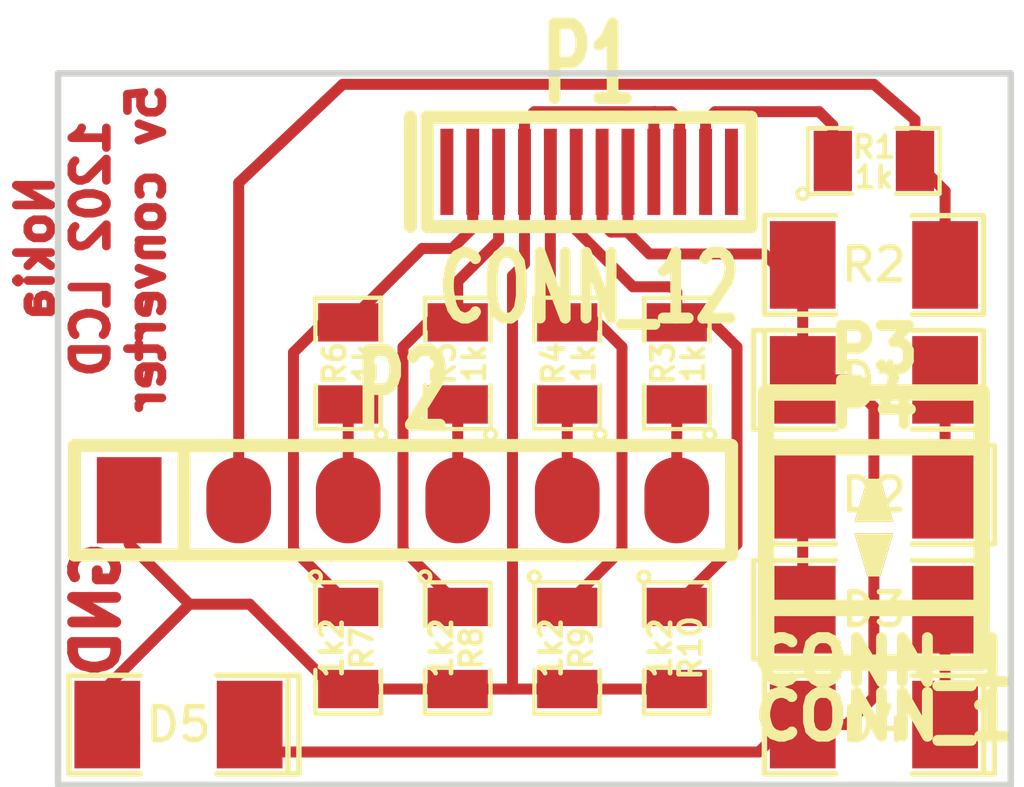
<source format=kicad_pcb>
(kicad_pcb (version 3) (host pcbnew "(2013-may-18)-stable")

  (general
    (links 32)
    (no_connects 0)
    (area 228.030571 152.18473 254.079586 170.307001)
    (thickness 1.6)
    (drawings 6)
    (tracks 95)
    (zones 0)
    (modules 19)
    (nets 17)
  )

  (page A3)
  (layers
    (15 F.Cu signal)
    (0 B.Cu signal)
    (16 B.Adhes user)
    (17 F.Adhes user)
    (18 B.Paste user)
    (19 F.Paste user)
    (20 B.SilkS user)
    (21 F.SilkS user)
    (22 B.Mask user)
    (23 F.Mask user)
    (24 Dwgs.User user)
    (25 Cmts.User user)
    (26 Eco1.User user)
    (27 Eco2.User user)
    (28 Edge.Cuts user)
  )

  (setup
    (last_trace_width 0.254)
    (trace_clearance 0.254)
    (zone_clearance 0.508)
    (zone_45_only no)
    (trace_min 0.254)
    (segment_width 0.2)
    (edge_width 0.15)
    (via_size 0.889)
    (via_drill 0.635)
    (via_min_size 0.889)
    (via_min_drill 0.508)
    (uvia_size 0.508)
    (uvia_drill 0.127)
    (uvias_allowed no)
    (uvia_min_size 0.508)
    (uvia_min_drill 0.127)
    (pcb_text_width 0.3)
    (pcb_text_size 1.5 1.5)
    (mod_edge_width 0.15)
    (mod_text_size 1.5 1.5)
    (mod_text_width 0.15)
    (pad_size 0.6 1)
    (pad_drill 0)
    (pad_to_mask_clearance 0.2)
    (aux_axis_origin 0 0)
    (visible_elements FFFFFFAF)
    (pcbplotparams
      (layerselection 32768)
      (usegerberextensions false)
      (excludeedgelayer false)
      (linewidth 0.100000)
      (plotframeref false)
      (viasonmask false)
      (mode 1)
      (useauxorigin false)
      (hpglpennumber 1)
      (hpglpenspeed 20)
      (hpglpendiameter 15)
      (hpglpenoverlay 2)
      (psnegative false)
      (psa4output false)
      (plotreference true)
      (plotvalue true)
      (plotothertext true)
      (plotinvisibletext false)
      (padsonsilk false)
      (subtractmaskfromsilk false)
      (outputformat 5)
      (mirror false)
      (drillshape 0)
      (scaleselection 1)
      (outputdirectory ""))
  )

  (net 0 "")
  (net 1 /gnd)
  (net 2 /vcc)
  (net 3 N-000001)
  (net 4 N-0000010)
  (net 5 N-0000011)
  (net 6 N-0000012)
  (net 7 N-0000013)
  (net 8 N-0000014)
  (net 9 N-0000015)
  (net 10 N-000002)
  (net 11 N-000003)
  (net 12 N-000004)
  (net 13 N-000005)
  (net 14 N-000007)
  (net 15 N-000008)
  (net 16 N-000009)

  (net_class Default "This is the default net class."
    (clearance 0.254)
    (trace_width 0.254)
    (via_dia 0.889)
    (via_drill 0.635)
    (uvia_dia 0.508)
    (uvia_drill 0.127)
    (add_net "")
    (add_net /gnd)
    (add_net /vcc)
    (add_net N-000001)
    (add_net N-0000010)
    (add_net N-0000011)
    (add_net N-0000012)
    (add_net N-0000013)
    (add_net N-0000014)
    (add_net N-0000015)
    (add_net N-000002)
    (add_net N-000003)
    (add_net N-000004)
    (add_net N-000005)
    (add_net N-000007)
    (add_net N-000008)
    (add_net N-000009)
  )

  (module SIL-6 (layer F.Cu) (tedit 52E15F78) (tstamp 52E150B6)
    (at 239.141 163.576)
    (descr "Connecteur 6 pins")
    (tags "CONN DEV")
    (path /52E12825)
    (fp_text reference P2 (at 0 -2.54) (layer F.SilkS)
      (effects (font (size 1.72974 1.08712) (thickness 0.3048)))
    )
    (fp_text value CONN_6 (at 0 -2.54) (layer F.SilkS) hide
      (effects (font (size 1.524 1.016) (thickness 0.3048)))
    )
    (fp_line (start -7.62 1.27) (end -7.62 -1.27) (layer F.SilkS) (width 0.3048))
    (fp_line (start -7.62 -1.27) (end 7.62 -1.27) (layer F.SilkS) (width 0.3048))
    (fp_line (start 7.62 -1.27) (end 7.62 1.27) (layer F.SilkS) (width 0.3048))
    (fp_line (start 7.62 1.27) (end -7.62 1.27) (layer F.SilkS) (width 0.3048))
    (fp_line (start -5.08 1.27) (end -5.08 -1.27) (layer F.SilkS) (width 0.3048))
    (pad 1 connect rect (at -6.35 0) (size 1.5 2)
      (layers F.Cu F.Mask)
      (net 1 /gnd)
    )
    (pad 2 connect oval (at -3.81 0) (size 1.5 2)
      (layers F.Cu F.Mask)
      (net 2 /vcc)
    )
    (pad 3 connect oval (at -1.27 0) (size 1.5 2)
      (layers F.Cu F.Mask)
      (net 9 N-0000015)
    )
    (pad 4 connect oval (at 1.27 0) (size 1.5 2)
      (layers F.Cu F.Mask)
      (net 8 N-0000014)
    )
    (pad 5 connect oval (at 3.81 0) (size 1.5 2)
      (layers F.Cu F.Mask)
      (net 7 N-0000013)
    )
    (pad 6 connect oval (at 6.35 0) (size 1.5 2)
      (layers F.Cu F.Mask)
      (net 6 N-0000012)
    )
  )

  (module SIL-12 (layer F.Cu) (tedit 52E15626) (tstamp 52E150CF)
    (at 243.459 155.956)
    (descr "Connecteur 12 pins")
    (tags "CONN DEV")
    (path /52E12816)
    (fp_text reference P1 (at 0 -2.5) (layer F.SilkS)
      (effects (font (size 1.72974 1.08712) (thickness 0.3048)))
    )
    (fp_text value CONN_12 (at 0 2.7) (layer F.SilkS)
      (effects (font (size 1.524 1.016) (thickness 0.3048)))
    )
    (fp_line (start -3.756 1.27) (end -3.756 -1.27) (layer F.SilkS) (width 0.3048))
    (fp_line (start -4.146 1.268) (end -4.146 -1.272) (layer F.SilkS) (width 0.3048))
    (fp_line (start -3.656 -1.27) (end 3.656 -1.27) (layer F.SilkS) (width 0.3048))
    (fp_line (start 3.756 -1.27) (end 3.756 1.27) (layer F.SilkS) (width 0.3048))
    (fp_line (start 3.656 1.27) (end -3.656 1.27) (layer F.SilkS) (width 0.3048))
    (pad 1 connect rect (at -3.3 0) (size 0.3 2)
      (layers F.Cu F.Mask)
      (clearance 0.15)
    )
    (pad 2 connect rect (at -2.7 0) (size 0.3 2)
      (layers F.Cu F.Mask)
      (net 12 N-000004)
      (clearance 0.15)
    )
    (pad 3 connect rect (at -2.1 0) (size 0.3 2)
      (layers F.Cu F.Mask)
      (net 11 N-000003)
      (clearance 0.15)
    )
    (pad 4 connect rect (at -1.5 0) (size 0.3 2)
      (layers F.Cu F.Mask)
      (net 1 /gnd)
      (clearance 0.15)
    )
    (pad 5 connect rect (at -0.9 0) (size 0.3 2)
      (layers F.Cu F.Mask)
      (net 3 N-000001)
      (clearance 0.15)
    )
    (pad 6 connect rect (at -0.3 0) (size 0.3 2)
      (layers F.Cu F.Mask)
      (net 10 N-000002)
      (clearance 0.15)
    )
    (pad 7 connect rect (at 0.3 0) (size 0.3 2)
      (layers F.Cu F.Mask)
      (net 14 N-000007)
      (clearance 0.15)
    )
    (pad 8 connect rect (at 0.9 0) (size 0.3 2)
      (layers F.Cu F.Mask)
      (net 14 N-000007)
      (clearance 0.15)
    )
    (pad 9 connect rect (at 1.5 0) (size 0.3 2)
      (layers F.Cu F.Mask)
      (net 1 /gnd)
      (clearance 0.15)
    )
    (pad 10 connect rect (at 2.1 0) (size 0.3 2)
      (layers F.Cu F.Mask)
      (net 1 /gnd)
      (clearance 0.15)
    )
    (pad 11 connect rect (at 2.7 0) (size 0.3 2)
      (layers F.Cu F.Mask)
      (net 5 N-0000011)
      (clearance 0.15)
    )
    (pad 12 connect rect (at 3.3 0) (size 0.3 2)
      (layers F.Cu F.Mask)
      (clearance 0.15)
    )
  )

  (module SM1206POL (layer F.Cu) (tedit 42806E4C) (tstamp 52E14FEA)
    (at 233.934 168.783 180)
    (path /52E12C31)
    (attr smd)
    (fp_text reference D5 (at 0 0 180) (layer F.SilkS)
      (effects (font (size 0.762 0.762) (thickness 0.127)))
    )
    (fp_text value DIODE (at 0 0 180) (layer F.SilkS) hide
      (effects (font (size 0.762 0.762) (thickness 0.127)))
    )
    (fp_line (start -2.54 -1.143) (end -2.794 -1.143) (layer F.SilkS) (width 0.127))
    (fp_line (start -2.794 -1.143) (end -2.794 1.143) (layer F.SilkS) (width 0.127))
    (fp_line (start -2.794 1.143) (end -2.54 1.143) (layer F.SilkS) (width 0.127))
    (fp_line (start -2.54 -1.143) (end -2.54 1.143) (layer F.SilkS) (width 0.127))
    (fp_line (start -2.54 1.143) (end -0.889 1.143) (layer F.SilkS) (width 0.127))
    (fp_line (start 0.889 -1.143) (end 2.54 -1.143) (layer F.SilkS) (width 0.127))
    (fp_line (start 2.54 -1.143) (end 2.54 1.143) (layer F.SilkS) (width 0.127))
    (fp_line (start 2.54 1.143) (end 0.889 1.143) (layer F.SilkS) (width 0.127))
    (fp_line (start -0.889 -1.143) (end -2.54 -1.143) (layer F.SilkS) (width 0.127))
    (pad 1 smd rect (at -1.651 0 180) (size 1.524 2.032)
      (layers F.Cu F.Paste F.Mask)
      (net 13 N-000005)
    )
    (pad 2 smd rect (at 1.651 0 180) (size 1.524 2.032)
      (layers F.Cu F.Paste F.Mask)
      (net 1 /gnd)
    )
    (model smd/chip_cms_pol.wrl
      (at (xyz 0 0 0))
      (scale (xyz 0.17 0.16 0.16))
      (rotate (xyz 0 0 0))
    )
  )

  (module SM1206POL (layer F.Cu) (tedit 42806E4C) (tstamp 52E14FF9)
    (at 250.063 168.783 180)
    (path /52E12C22)
    (attr smd)
    (fp_text reference D4 (at 0 0 180) (layer F.SilkS)
      (effects (font (size 0.762 0.762) (thickness 0.127)))
    )
    (fp_text value DIODE (at 0 0 180) (layer F.SilkS) hide
      (effects (font (size 0.762 0.762) (thickness 0.127)))
    )
    (fp_line (start -2.54 -1.143) (end -2.794 -1.143) (layer F.SilkS) (width 0.127))
    (fp_line (start -2.794 -1.143) (end -2.794 1.143) (layer F.SilkS) (width 0.127))
    (fp_line (start -2.794 1.143) (end -2.54 1.143) (layer F.SilkS) (width 0.127))
    (fp_line (start -2.54 -1.143) (end -2.54 1.143) (layer F.SilkS) (width 0.127))
    (fp_line (start -2.54 1.143) (end -0.889 1.143) (layer F.SilkS) (width 0.127))
    (fp_line (start 0.889 -1.143) (end 2.54 -1.143) (layer F.SilkS) (width 0.127))
    (fp_line (start 2.54 -1.143) (end 2.54 1.143) (layer F.SilkS) (width 0.127))
    (fp_line (start 2.54 1.143) (end 0.889 1.143) (layer F.SilkS) (width 0.127))
    (fp_line (start -0.889 -1.143) (end -2.54 -1.143) (layer F.SilkS) (width 0.127))
    (pad 1 smd rect (at -1.651 0 180) (size 1.524 2.032)
      (layers F.Cu F.Paste F.Mask)
      (net 15 N-000008)
    )
    (pad 2 smd rect (at 1.651 0 180) (size 1.524 2.032)
      (layers F.Cu F.Paste F.Mask)
      (net 13 N-000005)
    )
    (model smd/chip_cms_pol.wrl
      (at (xyz 0 0 0))
      (scale (xyz 0.17 0.16 0.16))
      (rotate (xyz 0 0 0))
    )
  )

  (module SM1206POL (layer F.Cu) (tedit 42806E4C) (tstamp 52E15008)
    (at 250.063 166.116)
    (path /52E12C13)
    (attr smd)
    (fp_text reference D3 (at 0 0) (layer F.SilkS)
      (effects (font (size 0.762 0.762) (thickness 0.127)))
    )
    (fp_text value DIODE (at 0 0) (layer F.SilkS) hide
      (effects (font (size 0.762 0.762) (thickness 0.127)))
    )
    (fp_line (start -2.54 -1.143) (end -2.794 -1.143) (layer F.SilkS) (width 0.127))
    (fp_line (start -2.794 -1.143) (end -2.794 1.143) (layer F.SilkS) (width 0.127))
    (fp_line (start -2.794 1.143) (end -2.54 1.143) (layer F.SilkS) (width 0.127))
    (fp_line (start -2.54 -1.143) (end -2.54 1.143) (layer F.SilkS) (width 0.127))
    (fp_line (start -2.54 1.143) (end -0.889 1.143) (layer F.SilkS) (width 0.127))
    (fp_line (start 0.889 -1.143) (end 2.54 -1.143) (layer F.SilkS) (width 0.127))
    (fp_line (start 2.54 -1.143) (end 2.54 1.143) (layer F.SilkS) (width 0.127))
    (fp_line (start 2.54 1.143) (end 0.889 1.143) (layer F.SilkS) (width 0.127))
    (fp_line (start -0.889 -1.143) (end -2.54 -1.143) (layer F.SilkS) (width 0.127))
    (pad 1 smd rect (at -1.651 0) (size 1.524 2.032)
      (layers F.Cu F.Paste F.Mask)
      (net 16 N-000009)
    )
    (pad 2 smd rect (at 1.651 0) (size 1.524 2.032)
      (layers F.Cu F.Paste F.Mask)
      (net 15 N-000008)
    )
    (model smd/chip_cms_pol.wrl
      (at (xyz 0 0 0))
      (scale (xyz 0.17 0.16 0.16))
      (rotate (xyz 0 0 0))
    )
  )

  (module SM1206POL (layer F.Cu) (tedit 42806E4C) (tstamp 52E15017)
    (at 250.063 163.449 180)
    (path /52E12C04)
    (attr smd)
    (fp_text reference D2 (at 0 0 180) (layer F.SilkS)
      (effects (font (size 0.762 0.762) (thickness 0.127)))
    )
    (fp_text value DIODE (at 0 0 180) (layer F.SilkS) hide
      (effects (font (size 0.762 0.762) (thickness 0.127)))
    )
    (fp_line (start -2.54 -1.143) (end -2.794 -1.143) (layer F.SilkS) (width 0.127))
    (fp_line (start -2.794 -1.143) (end -2.794 1.143) (layer F.SilkS) (width 0.127))
    (fp_line (start -2.794 1.143) (end -2.54 1.143) (layer F.SilkS) (width 0.127))
    (fp_line (start -2.54 -1.143) (end -2.54 1.143) (layer F.SilkS) (width 0.127))
    (fp_line (start -2.54 1.143) (end -0.889 1.143) (layer F.SilkS) (width 0.127))
    (fp_line (start 0.889 -1.143) (end 2.54 -1.143) (layer F.SilkS) (width 0.127))
    (fp_line (start 2.54 -1.143) (end 2.54 1.143) (layer F.SilkS) (width 0.127))
    (fp_line (start 2.54 1.143) (end 0.889 1.143) (layer F.SilkS) (width 0.127))
    (fp_line (start -0.889 -1.143) (end -2.54 -1.143) (layer F.SilkS) (width 0.127))
    (pad 1 smd rect (at -1.651 0 180) (size 1.524 2.032)
      (layers F.Cu F.Paste F.Mask)
      (net 4 N-0000010)
    )
    (pad 2 smd rect (at 1.651 0 180) (size 1.524 2.032)
      (layers F.Cu F.Paste F.Mask)
      (net 16 N-000009)
    )
    (model smd/chip_cms_pol.wrl
      (at (xyz 0 0 0))
      (scale (xyz 0.17 0.16 0.16))
      (rotate (xyz 0 0 0))
    )
  )

  (module SM1206POL (layer F.Cu) (tedit 42806E4C) (tstamp 52E15026)
    (at 250.063 160.782)
    (path /52E12BF5)
    (attr smd)
    (fp_text reference D1 (at 0 0) (layer F.SilkS)
      (effects (font (size 0.762 0.762) (thickness 0.127)))
    )
    (fp_text value DIODE (at 0 0) (layer F.SilkS) hide
      (effects (font (size 0.762 0.762) (thickness 0.127)))
    )
    (fp_line (start -2.54 -1.143) (end -2.794 -1.143) (layer F.SilkS) (width 0.127))
    (fp_line (start -2.794 -1.143) (end -2.794 1.143) (layer F.SilkS) (width 0.127))
    (fp_line (start -2.794 1.143) (end -2.54 1.143) (layer F.SilkS) (width 0.127))
    (fp_line (start -2.54 -1.143) (end -2.54 1.143) (layer F.SilkS) (width 0.127))
    (fp_line (start -2.54 1.143) (end -0.889 1.143) (layer F.SilkS) (width 0.127))
    (fp_line (start 0.889 -1.143) (end 2.54 -1.143) (layer F.SilkS) (width 0.127))
    (fp_line (start 2.54 -1.143) (end 2.54 1.143) (layer F.SilkS) (width 0.127))
    (fp_line (start 2.54 1.143) (end 0.889 1.143) (layer F.SilkS) (width 0.127))
    (fp_line (start -0.889 -1.143) (end -2.54 -1.143) (layer F.SilkS) (width 0.127))
    (pad 1 smd rect (at -1.651 0) (size 1.524 2.032)
      (layers F.Cu F.Paste F.Mask)
      (net 14 N-000007)
    )
    (pad 2 smd rect (at 1.651 0) (size 1.524 2.032)
      (layers F.Cu F.Paste F.Mask)
      (net 4 N-0000010)
    )
    (model smd/chip_cms_pol.wrl
      (at (xyz 0 0 0))
      (scale (xyz 0.17 0.16 0.16))
      (rotate (xyz 0 0 0))
    )
  )

  (module SM1206 (layer F.Cu) (tedit 42806E24) (tstamp 52E15032)
    (at 250.063 158.115)
    (path /52E12BE6)
    (attr smd)
    (fp_text reference R2 (at 0 0) (layer F.SilkS)
      (effects (font (size 0.762 0.762) (thickness 0.127)))
    )
    (fp_text value 220 (at 0 0) (layer F.SilkS) hide
      (effects (font (size 0.762 0.762) (thickness 0.127)))
    )
    (fp_line (start -2.54 -1.143) (end -2.54 1.143) (layer F.SilkS) (width 0.127))
    (fp_line (start -2.54 1.143) (end -0.889 1.143) (layer F.SilkS) (width 0.127))
    (fp_line (start 0.889 -1.143) (end 2.54 -1.143) (layer F.SilkS) (width 0.127))
    (fp_line (start 2.54 -1.143) (end 2.54 1.143) (layer F.SilkS) (width 0.127))
    (fp_line (start 2.54 1.143) (end 0.889 1.143) (layer F.SilkS) (width 0.127))
    (fp_line (start -0.889 -1.143) (end -2.54 -1.143) (layer F.SilkS) (width 0.127))
    (pad 1 smd rect (at -1.651 0) (size 1.524 2.032)
      (layers F.Cu F.Paste F.Mask)
      (net 14 N-000007)
    )
    (pad 2 smd rect (at 1.651 0) (size 1.524 2.032)
      (layers F.Cu F.Paste F.Mask)
      (net 2 /vcc)
    )
    (model smd/chip_cms.wrl
      (at (xyz 0 0 0))
      (scale (xyz 0.17 0.16 0.16))
      (rotate (xyz 0 0 0))
    )
  )

  (module SM0805 (layer F.Cu) (tedit 5091495C) (tstamp 52E1503F)
    (at 242.951 167.005 270)
    (path /52E12918)
    (attr smd)
    (fp_text reference R9 (at 0 -0.3175 270) (layer F.SilkS)
      (effects (font (size 0.50038 0.50038) (thickness 0.10922)))
    )
    (fp_text value 1k2 (at 0 0.381 270) (layer F.SilkS)
      (effects (font (size 0.50038 0.50038) (thickness 0.10922)))
    )
    (fp_circle (center -1.651 0.762) (end -1.651 0.635) (layer F.SilkS) (width 0.09906))
    (fp_line (start -0.508 0.762) (end -1.524 0.762) (layer F.SilkS) (width 0.09906))
    (fp_line (start -1.524 0.762) (end -1.524 -0.762) (layer F.SilkS) (width 0.09906))
    (fp_line (start -1.524 -0.762) (end -0.508 -0.762) (layer F.SilkS) (width 0.09906))
    (fp_line (start 0.508 -0.762) (end 1.524 -0.762) (layer F.SilkS) (width 0.09906))
    (fp_line (start 1.524 -0.762) (end 1.524 0.762) (layer F.SilkS) (width 0.09906))
    (fp_line (start 1.524 0.762) (end 0.508 0.762) (layer F.SilkS) (width 0.09906))
    (pad 1 smd rect (at -0.9525 0 270) (size 0.889 1.397)
      (layers F.Cu F.Paste F.Mask)
      (net 3 N-000001)
    )
    (pad 2 smd rect (at 0.9525 0 270) (size 0.889 1.397)
      (layers F.Cu F.Paste F.Mask)
      (net 1 /gnd)
    )
    (model smd/chip_cms.wrl
      (at (xyz 0 0 0))
      (scale (xyz 0.1 0.1 0.1))
      (rotate (xyz 0 0 0))
    )
  )

  (module SM0805 (layer F.Cu) (tedit 5091495C) (tstamp 52E1504C)
    (at 250.063 155.702)
    (path /52E12BA9)
    (attr smd)
    (fp_text reference R1 (at 0 -0.3175) (layer F.SilkS)
      (effects (font (size 0.50038 0.50038) (thickness 0.10922)))
    )
    (fp_text value 1k (at 0 0.381) (layer F.SilkS)
      (effects (font (size 0.50038 0.50038) (thickness 0.10922)))
    )
    (fp_circle (center -1.651 0.762) (end -1.651 0.635) (layer F.SilkS) (width 0.09906))
    (fp_line (start -0.508 0.762) (end -1.524 0.762) (layer F.SilkS) (width 0.09906))
    (fp_line (start -1.524 0.762) (end -1.524 -0.762) (layer F.SilkS) (width 0.09906))
    (fp_line (start -1.524 -0.762) (end -0.508 -0.762) (layer F.SilkS) (width 0.09906))
    (fp_line (start 0.508 -0.762) (end 1.524 -0.762) (layer F.SilkS) (width 0.09906))
    (fp_line (start 1.524 -0.762) (end 1.524 0.762) (layer F.SilkS) (width 0.09906))
    (fp_line (start 1.524 0.762) (end 0.508 0.762) (layer F.SilkS) (width 0.09906))
    (pad 1 smd rect (at -0.9525 0) (size 0.889 1.397)
      (layers F.Cu F.Paste F.Mask)
      (net 5 N-0000011)
    )
    (pad 2 smd rect (at 0.9525 0) (size 0.889 1.397)
      (layers F.Cu F.Paste F.Mask)
      (net 2 /vcc)
    )
    (model smd/chip_cms.wrl
      (at (xyz 0 0 0))
      (scale (xyz 0.1 0.1 0.1))
      (rotate (xyz 0 0 0))
    )
  )

  (module SM0805 (layer F.Cu) (tedit 5091495C) (tstamp 52E15059)
    (at 245.491 167.005 270)
    (path /52E12927)
    (attr smd)
    (fp_text reference R10 (at 0 -0.3175 270) (layer F.SilkS)
      (effects (font (size 0.50038 0.50038) (thickness 0.10922)))
    )
    (fp_text value 1k2 (at 0 0.381 270) (layer F.SilkS)
      (effects (font (size 0.50038 0.50038) (thickness 0.10922)))
    )
    (fp_circle (center -1.651 0.762) (end -1.651 0.635) (layer F.SilkS) (width 0.09906))
    (fp_line (start -0.508 0.762) (end -1.524 0.762) (layer F.SilkS) (width 0.09906))
    (fp_line (start -1.524 0.762) (end -1.524 -0.762) (layer F.SilkS) (width 0.09906))
    (fp_line (start -1.524 -0.762) (end -0.508 -0.762) (layer F.SilkS) (width 0.09906))
    (fp_line (start 0.508 -0.762) (end 1.524 -0.762) (layer F.SilkS) (width 0.09906))
    (fp_line (start 1.524 -0.762) (end 1.524 0.762) (layer F.SilkS) (width 0.09906))
    (fp_line (start 1.524 0.762) (end 0.508 0.762) (layer F.SilkS) (width 0.09906))
    (pad 1 smd rect (at -0.9525 0 270) (size 0.889 1.397)
      (layers F.Cu F.Paste F.Mask)
      (net 10 N-000002)
    )
    (pad 2 smd rect (at 0.9525 0 270) (size 0.889 1.397)
      (layers F.Cu F.Paste F.Mask)
      (net 1 /gnd)
    )
    (model smd/chip_cms.wrl
      (at (xyz 0 0 0))
      (scale (xyz 0.1 0.1 0.1))
      (rotate (xyz 0 0 0))
    )
  )

  (module SM0805 (layer F.Cu) (tedit 5091495C) (tstamp 52E15066)
    (at 240.411 167.005 270)
    (path /52E12909)
    (attr smd)
    (fp_text reference R8 (at 0 -0.3175 270) (layer F.SilkS)
      (effects (font (size 0.50038 0.50038) (thickness 0.10922)))
    )
    (fp_text value 1k2 (at 0 0.381 270) (layer F.SilkS)
      (effects (font (size 0.50038 0.50038) (thickness 0.10922)))
    )
    (fp_circle (center -1.651 0.762) (end -1.651 0.635) (layer F.SilkS) (width 0.09906))
    (fp_line (start -0.508 0.762) (end -1.524 0.762) (layer F.SilkS) (width 0.09906))
    (fp_line (start -1.524 0.762) (end -1.524 -0.762) (layer F.SilkS) (width 0.09906))
    (fp_line (start -1.524 -0.762) (end -0.508 -0.762) (layer F.SilkS) (width 0.09906))
    (fp_line (start 0.508 -0.762) (end 1.524 -0.762) (layer F.SilkS) (width 0.09906))
    (fp_line (start 1.524 -0.762) (end 1.524 0.762) (layer F.SilkS) (width 0.09906))
    (fp_line (start 1.524 0.762) (end 0.508 0.762) (layer F.SilkS) (width 0.09906))
    (pad 1 smd rect (at -0.9525 0 270) (size 0.889 1.397)
      (layers F.Cu F.Paste F.Mask)
      (net 11 N-000003)
    )
    (pad 2 smd rect (at 0.9525 0 270) (size 0.889 1.397)
      (layers F.Cu F.Paste F.Mask)
      (net 1 /gnd)
    )
    (model smd/chip_cms.wrl
      (at (xyz 0 0 0))
      (scale (xyz 0.1 0.1 0.1))
      (rotate (xyz 0 0 0))
    )
  )

  (module SM0805 (layer F.Cu) (tedit 5091495C) (tstamp 52E15073)
    (at 237.871 167.005 270)
    (path /52E128FA)
    (attr smd)
    (fp_text reference R7 (at 0 -0.3175 270) (layer F.SilkS)
      (effects (font (size 0.50038 0.50038) (thickness 0.10922)))
    )
    (fp_text value 1k2 (at 0 0.381 270) (layer F.SilkS)
      (effects (font (size 0.50038 0.50038) (thickness 0.10922)))
    )
    (fp_circle (center -1.651 0.762) (end -1.651 0.635) (layer F.SilkS) (width 0.09906))
    (fp_line (start -0.508 0.762) (end -1.524 0.762) (layer F.SilkS) (width 0.09906))
    (fp_line (start -1.524 0.762) (end -1.524 -0.762) (layer F.SilkS) (width 0.09906))
    (fp_line (start -1.524 -0.762) (end -0.508 -0.762) (layer F.SilkS) (width 0.09906))
    (fp_line (start 0.508 -0.762) (end 1.524 -0.762) (layer F.SilkS) (width 0.09906))
    (fp_line (start 1.524 -0.762) (end 1.524 0.762) (layer F.SilkS) (width 0.09906))
    (fp_line (start 1.524 0.762) (end 0.508 0.762) (layer F.SilkS) (width 0.09906))
    (pad 1 smd rect (at -0.9525 0 270) (size 0.889 1.397)
      (layers F.Cu F.Paste F.Mask)
      (net 12 N-000004)
    )
    (pad 2 smd rect (at 0.9525 0 270) (size 0.889 1.397)
      (layers F.Cu F.Paste F.Mask)
      (net 1 /gnd)
    )
    (model smd/chip_cms.wrl
      (at (xyz 0 0 0))
      (scale (xyz 0.1 0.1 0.1))
      (rotate (xyz 0 0 0))
    )
  )

  (module SM0805 (layer F.Cu) (tedit 5091495C) (tstamp 52E15080)
    (at 237.871 160.401 90)
    (path /52E1286C)
    (attr smd)
    (fp_text reference R6 (at 0 -0.3175 90) (layer F.SilkS)
      (effects (font (size 0.50038 0.50038) (thickness 0.10922)))
    )
    (fp_text value 1k (at 0 0.381 90) (layer F.SilkS)
      (effects (font (size 0.50038 0.50038) (thickness 0.10922)))
    )
    (fp_circle (center -1.651 0.762) (end -1.651 0.635) (layer F.SilkS) (width 0.09906))
    (fp_line (start -0.508 0.762) (end -1.524 0.762) (layer F.SilkS) (width 0.09906))
    (fp_line (start -1.524 0.762) (end -1.524 -0.762) (layer F.SilkS) (width 0.09906))
    (fp_line (start -1.524 -0.762) (end -0.508 -0.762) (layer F.SilkS) (width 0.09906))
    (fp_line (start 0.508 -0.762) (end 1.524 -0.762) (layer F.SilkS) (width 0.09906))
    (fp_line (start 1.524 -0.762) (end 1.524 0.762) (layer F.SilkS) (width 0.09906))
    (fp_line (start 1.524 0.762) (end 0.508 0.762) (layer F.SilkS) (width 0.09906))
    (pad 1 smd rect (at -0.9525 0 90) (size 0.889 1.397)
      (layers F.Cu F.Paste F.Mask)
      (net 9 N-0000015)
    )
    (pad 2 smd rect (at 0.9525 0 90) (size 0.889 1.397)
      (layers F.Cu F.Paste F.Mask)
      (net 12 N-000004)
    )
    (model smd/chip_cms.wrl
      (at (xyz 0 0 0))
      (scale (xyz 0.1 0.1 0.1))
      (rotate (xyz 0 0 0))
    )
  )

  (module SM0805 (layer F.Cu) (tedit 5091495C) (tstamp 52E1508D)
    (at 240.411 160.401 90)
    (path /52E1285D)
    (attr smd)
    (fp_text reference R5 (at 0 -0.3175 90) (layer F.SilkS)
      (effects (font (size 0.50038 0.50038) (thickness 0.10922)))
    )
    (fp_text value 1k (at 0 0.381 90) (layer F.SilkS)
      (effects (font (size 0.50038 0.50038) (thickness 0.10922)))
    )
    (fp_circle (center -1.651 0.762) (end -1.651 0.635) (layer F.SilkS) (width 0.09906))
    (fp_line (start -0.508 0.762) (end -1.524 0.762) (layer F.SilkS) (width 0.09906))
    (fp_line (start -1.524 0.762) (end -1.524 -0.762) (layer F.SilkS) (width 0.09906))
    (fp_line (start -1.524 -0.762) (end -0.508 -0.762) (layer F.SilkS) (width 0.09906))
    (fp_line (start 0.508 -0.762) (end 1.524 -0.762) (layer F.SilkS) (width 0.09906))
    (fp_line (start 1.524 -0.762) (end 1.524 0.762) (layer F.SilkS) (width 0.09906))
    (fp_line (start 1.524 0.762) (end 0.508 0.762) (layer F.SilkS) (width 0.09906))
    (pad 1 smd rect (at -0.9525 0 90) (size 0.889 1.397)
      (layers F.Cu F.Paste F.Mask)
      (net 8 N-0000014)
    )
    (pad 2 smd rect (at 0.9525 0 90) (size 0.889 1.397)
      (layers F.Cu F.Paste F.Mask)
      (net 11 N-000003)
    )
    (model smd/chip_cms.wrl
      (at (xyz 0 0 0))
      (scale (xyz 0.1 0.1 0.1))
      (rotate (xyz 0 0 0))
    )
  )

  (module SM0805 (layer F.Cu) (tedit 5091495C) (tstamp 52E1509A)
    (at 242.951 160.401 90)
    (path /52E1284E)
    (attr smd)
    (fp_text reference R4 (at 0 -0.3175 90) (layer F.SilkS)
      (effects (font (size 0.50038 0.50038) (thickness 0.10922)))
    )
    (fp_text value 1k (at 0 0.381 90) (layer F.SilkS)
      (effects (font (size 0.50038 0.50038) (thickness 0.10922)))
    )
    (fp_circle (center -1.651 0.762) (end -1.651 0.635) (layer F.SilkS) (width 0.09906))
    (fp_line (start -0.508 0.762) (end -1.524 0.762) (layer F.SilkS) (width 0.09906))
    (fp_line (start -1.524 0.762) (end -1.524 -0.762) (layer F.SilkS) (width 0.09906))
    (fp_line (start -1.524 -0.762) (end -0.508 -0.762) (layer F.SilkS) (width 0.09906))
    (fp_line (start 0.508 -0.762) (end 1.524 -0.762) (layer F.SilkS) (width 0.09906))
    (fp_line (start 1.524 -0.762) (end 1.524 0.762) (layer F.SilkS) (width 0.09906))
    (fp_line (start 1.524 0.762) (end 0.508 0.762) (layer F.SilkS) (width 0.09906))
    (pad 1 smd rect (at -0.9525 0 90) (size 0.889 1.397)
      (layers F.Cu F.Paste F.Mask)
      (net 7 N-0000013)
    )
    (pad 2 smd rect (at 0.9525 0 90) (size 0.889 1.397)
      (layers F.Cu F.Paste F.Mask)
      (net 3 N-000001)
    )
    (model smd/chip_cms.wrl
      (at (xyz 0 0 0))
      (scale (xyz 0.1 0.1 0.1))
      (rotate (xyz 0 0 0))
    )
  )

  (module SM0805 (layer F.Cu) (tedit 5091495C) (tstamp 52E150A7)
    (at 245.491 160.401 90)
    (path /52E12834)
    (attr smd)
    (fp_text reference R3 (at 0 -0.3175 90) (layer F.SilkS)
      (effects (font (size 0.50038 0.50038) (thickness 0.10922)))
    )
    (fp_text value 1k (at 0 0.381 90) (layer F.SilkS)
      (effects (font (size 0.50038 0.50038) (thickness 0.10922)))
    )
    (fp_circle (center -1.651 0.762) (end -1.651 0.635) (layer F.SilkS) (width 0.09906))
    (fp_line (start -0.508 0.762) (end -1.524 0.762) (layer F.SilkS) (width 0.09906))
    (fp_line (start -1.524 0.762) (end -1.524 -0.762) (layer F.SilkS) (width 0.09906))
    (fp_line (start -1.524 -0.762) (end -0.508 -0.762) (layer F.SilkS) (width 0.09906))
    (fp_line (start 0.508 -0.762) (end 1.524 -0.762) (layer F.SilkS) (width 0.09906))
    (fp_line (start 1.524 -0.762) (end 1.524 0.762) (layer F.SilkS) (width 0.09906))
    (fp_line (start 1.524 0.762) (end 0.508 0.762) (layer F.SilkS) (width 0.09906))
    (pad 1 smd rect (at -0.9525 0 90) (size 0.889 1.397)
      (layers F.Cu F.Paste F.Mask)
      (net 6 N-0000012)
    )
    (pad 2 smd rect (at 0.9525 0 90) (size 0.889 1.397)
      (layers F.Cu F.Paste F.Mask)
      (net 10 N-000002)
    )
    (model smd/chip_cms.wrl
      (at (xyz 0 0 0))
      (scale (xyz 0.1 0.1 0.1))
      (rotate (xyz 0 0 0))
    )
  )

  (module 1PIN_SMD (layer F.Cu) (tedit 52E17A8E) (tstamp 52E179F4)
    (at 250.063 164.846)
    (descr "module 1 pin (ou trou mecanique de percage)")
    (tags DEV)
    (path /52E17A5A)
    (fp_text reference P4 (at 0 -3.50012) (layer F.SilkS)
      (effects (font (size 1.016 1.016) (thickness 0.254)))
    )
    (fp_text value CONN_1 (at 0.24892 3.74904) (layer F.SilkS)
      (effects (font (size 1.016 1.016) (thickness 0.254)))
    )
    (fp_line (start -2.49936 -2.49936) (end 2.49936 -2.49936) (layer F.SilkS) (width 0.381))
    (fp_line (start 2.49936 -2.49936) (end 2.49936 2.49936) (layer F.SilkS) (width 0.381))
    (fp_line (start 2.49936 2.49936) (end -2.49936 2.49936) (layer F.SilkS) (width 0.381))
    (fp_line (start -2.49936 2.49936) (end -2.49936 -2.49936) (layer F.SilkS) (width 0.381))
    (pad 1 smd trapezoid (at 0 0) (size 0.6 1) (rect_delta 0 -0.3 )
      (layers F.Cu F.Paste F.SilkS F.Mask)
      (net 13 N-000005)
    )
  )

  (module 1PIN_SMD (layer F.Cu) (tedit 52E17A6C) (tstamp 52E179FD)
    (at 250.063 163.576)
    (descr "module 1 pin (ou trou mecanique de percage)")
    (tags DEV)
    (path /52E17A69)
    (fp_text reference P3 (at 0 -3.50012) (layer F.SilkS)
      (effects (font (size 1.016 1.016) (thickness 0.254)))
    )
    (fp_text value CONN_1 (at 0.24892 3.74904) (layer F.SilkS)
      (effects (font (size 1.016 1.016) (thickness 0.254)))
    )
    (fp_line (start -2.49936 -2.49936) (end 2.49936 -2.49936) (layer F.SilkS) (width 0.381))
    (fp_line (start 2.49936 -2.49936) (end 2.49936 2.49936) (layer F.SilkS) (width 0.381))
    (fp_line (start 2.49936 2.49936) (end -2.49936 2.49936) (layer F.SilkS) (width 0.381))
    (fp_line (start -2.49936 2.49936) (end -2.49936 -2.49936) (layer F.SilkS) (width 0.381))
    (pad 1 smd trapezoid (at 0 0) (size 0.6 1) (rect_delta 0 0.3 )
      (layers F.Cu F.Paste F.SilkS F.Mask)
      (net 14 N-000007)
    )
  )

  (gr_text "Nokia\n1202 LCD\n5v converter" (at 231.902 157.734 90) (layer F.Cu)
    (effects (font (size 0.8 0.8) (thickness 0.2)) (justify mirror))
  )
  (gr_text GND (at 232.029 166.116 90) (layer F.Cu)
    (effects (font (size 1 1) (thickness 0.25)) (justify mirror))
  )
  (gr_line (start 231.14 153.67) (end 231.14 170.18) (angle 90) (layer Edge.Cuts) (width 0.15))
  (gr_line (start 253.238 153.67) (end 231.14 153.67) (angle 90) (layer Edge.Cuts) (width 0.15))
  (gr_line (start 253.238 170.18) (end 253.238 153.67) (angle 90) (layer Edge.Cuts) (width 0.15))
  (gr_line (start 231.14 170.18) (end 253.238 170.18) (angle 90) (layer Edge.Cuts) (width 0.15))

  (segment (start 244.959 155.956) (end 244.959 154.559) (width 0.254) (layer F.Cu) (net 1))
  (segment (start 244.959 154.559) (end 244.983 154.559) (width 0.254) (layer F.Cu) (net 1) (tstamp 52E1787A))
  (segment (start 241.959 155.956) (end 241.959 154.789) (width 0.254) (layer F.Cu) (net 1))
  (segment (start 245.559 154.754) (end 245.559 155.956) (width 0.254) (layer F.Cu) (net 1) (tstamp 52E15F19))
  (segment (start 245.364 154.559) (end 245.559 154.754) (width 0.254) (layer F.Cu) (net 1) (tstamp 52E15F18))
  (segment (start 242.189 154.559) (end 244.983 154.559) (width 0.254) (layer F.Cu) (net 1) (tstamp 52E15F17))
  (segment (start 244.983 154.559) (end 245.364 154.559) (width 0.254) (layer F.Cu) (net 1) (tstamp 52E1787D))
  (segment (start 241.959 154.789) (end 242.189 154.559) (width 0.254) (layer F.Cu) (net 1) (tstamp 52E15F16))
  (segment (start 232.283 168.783) (end 232.283 167.894) (width 0.254) (layer F.Cu) (net 1))
  (segment (start 232.283 167.894) (end 234.188 165.989) (width 0.254) (layer F.Cu) (net 1) (tstamp 52E15F03))
  (segment (start 237.871 167.9575) (end 237.5535 167.9575) (width 0.254) (layer F.Cu) (net 1))
  (segment (start 232.791 164.592) (end 232.791 163.576) (width 0.254) (layer F.Cu) (net 1) (tstamp 52E15EA3))
  (segment (start 234.188 165.989) (end 232.791 164.592) (width 0.254) (layer F.Cu) (net 1) (tstamp 52E15EA1))
  (segment (start 235.585 165.989) (end 234.188 165.989) (width 0.254) (layer F.Cu) (net 1) (tstamp 52E15EA0))
  (segment (start 237.5535 167.9575) (end 235.585 165.989) (width 0.254) (layer F.Cu) (net 1) (tstamp 52E15E9F))
  (segment (start 241.681 167.9575) (end 241.681 158.369) (width 0.254) (layer F.Cu) (net 1))
  (segment (start 241.959 158.091) (end 241.959 155.956) (width 0.254) (layer F.Cu) (net 1) (tstamp 52E15DD3))
  (segment (start 241.681 158.369) (end 241.959 158.091) (width 0.254) (layer F.Cu) (net 1) (tstamp 52E15DD2))
  (segment (start 237.871 167.9575) (end 240.411 167.9575) (width 0.254) (layer F.Cu) (net 1))
  (segment (start 245.491 167.9575) (end 242.951 167.9575) (width 0.254) (layer F.Cu) (net 1))
  (segment (start 241.6175 167.9575) (end 241.681 167.9575) (width 0.254) (layer F.Cu) (net 1))
  (segment (start 241.681 167.9575) (end 242.951 167.9575) (width 0.254) (layer F.Cu) (net 1) (tstamp 52E15DD0))
  (segment (start 241.6175 167.9575) (end 240.411 167.9575) (width 0.254) (layer F.Cu) (net 1) (tstamp 52E15DC5))
  (segment (start 235.331 163.576) (end 235.331 156.21) (width 0.254) (layer F.Cu) (net 2))
  (segment (start 251.0155 154.7495) (end 251.0155 155.702) (width 0.254) (layer F.Cu) (net 2) (tstamp 52E15F22))
  (segment (start 250.063 153.924) (end 251.0155 154.7495) (width 0.254) (layer F.Cu) (net 2) (tstamp 52E15F21))
  (segment (start 237.744 153.924) (end 250.063 153.924) (width 0.254) (layer F.Cu) (net 2) (tstamp 52E15F1F))
  (segment (start 235.331 156.21) (end 237.744 153.924) (width 0.254) (layer F.Cu) (net 2) (tstamp 52E15F1D))
  (segment (start 251.714 158.75) (end 251.714 156.4005) (width 0.254) (layer F.Cu) (net 2))
  (segment (start 251.714 156.4005) (end 251.0155 155.702) (width 0.254) (layer F.Cu) (net 2) (tstamp 52E15DFC))
  (segment (start 242.951 166.0525) (end 242.951 165.989) (width 0.254) (layer F.Cu) (net 3))
  (segment (start 243.6495 159.4485) (end 242.951 159.4485) (width 0.254) (layer F.Cu) (net 3) (tstamp 52E15DDA))
  (segment (start 244.221 160.02) (end 243.6495 159.4485) (width 0.254) (layer F.Cu) (net 3) (tstamp 52E15DD9))
  (segment (start 244.221 164.719) (end 244.221 160.02) (width 0.254) (layer F.Cu) (net 3) (tstamp 52E15DD7))
  (segment (start 242.951 165.989) (end 244.221 164.719) (width 0.254) (layer F.Cu) (net 3) (tstamp 52E15DD6))
  (segment (start 242.559 155.956) (end 242.559 159.0565) (width 0.254) (layer F.Cu) (net 3))
  (segment (start 242.559 159.0565) (end 242.951 159.4485) (width 0.254) (layer F.Cu) (net 3) (tstamp 52E15D6D))
  (segment (start 251.714 160.782) (end 251.714 163.449) (width 0.254) (layer F.Cu) (net 4))
  (segment (start 246.159 155.956) (end 246.159 154.78) (width 0.254) (layer F.Cu) (net 5))
  (segment (start 249.1105 154.8765) (end 249.1105 155.702) (width 0.254) (layer F.Cu) (net 5) (tstamp 52E15F12))
  (segment (start 248.793 154.559) (end 249.1105 154.8765) (width 0.254) (layer F.Cu) (net 5) (tstamp 52E15F11))
  (segment (start 246.38 154.559) (end 248.793 154.559) (width 0.254) (layer F.Cu) (net 5) (tstamp 52E15F10))
  (segment (start 246.159 154.78) (end 246.38 154.559) (width 0.254) (layer F.Cu) (net 5) (tstamp 52E15F0F))
  (segment (start 245.491 163.576) (end 245.491 161.3535) (width 0.254) (layer F.Cu) (net 6))
  (segment (start 242.951 163.576) (end 242.951 161.3535) (width 0.254) (layer F.Cu) (net 7))
  (segment (start 240.411 163.576) (end 240.411 161.3535) (width 0.254) (layer F.Cu) (net 8))
  (segment (start 237.871 163.576) (end 237.871 161.3535) (width 0.254) (layer F.Cu) (net 9))
  (segment (start 245.491 166.0525) (end 245.491 165.989) (width 0.254) (layer F.Cu) (net 10))
  (segment (start 246.3165 159.4485) (end 245.491 159.4485) (width 0.254) (layer F.Cu) (net 10) (tstamp 52E15DE8))
  (segment (start 246.888 160.02) (end 246.3165 159.4485) (width 0.254) (layer F.Cu) (net 10) (tstamp 52E15DE7))
  (segment (start 246.888 164.592) (end 246.888 160.02) (width 0.254) (layer F.Cu) (net 10) (tstamp 52E15DE5))
  (segment (start 245.491 165.989) (end 246.888 164.592) (width 0.254) (layer F.Cu) (net 10) (tstamp 52E15DE4))
  (segment (start 243.159 155.956) (end 243.159 157.307) (width 0.254) (layer F.Cu) (net 10))
  (segment (start 245.491 158.75) (end 245.491 159.4485) (width 0.254) (layer F.Cu) (net 10) (tstamp 52E15D6A))
  (segment (start 245.364 158.623) (end 245.491 158.75) (width 0.254) (layer F.Cu) (net 10) (tstamp 52E15D69))
  (segment (start 244.475 158.623) (end 245.364 158.623) (width 0.254) (layer F.Cu) (net 10) (tstamp 52E15D68))
  (segment (start 243.159 157.307) (end 244.475 158.623) (width 0.254) (layer F.Cu) (net 10) (tstamp 52E15D67))
  (segment (start 240.411 166.0525) (end 240.411 165.989) (width 0.254) (layer F.Cu) (net 11))
  (segment (start 239.7125 159.4485) (end 240.411 159.4485) (width 0.254) (layer F.Cu) (net 11) (tstamp 52E15DE1))
  (segment (start 239.141 160.02) (end 239.7125 159.4485) (width 0.254) (layer F.Cu) (net 11) (tstamp 52E15DE0))
  (segment (start 239.141 164.719) (end 239.141 160.02) (width 0.254) (layer F.Cu) (net 11) (tstamp 52E15DDE))
  (segment (start 240.411 165.989) (end 239.141 164.719) (width 0.254) (layer F.Cu) (net 11) (tstamp 52E15DDD))
  (segment (start 241.359 155.956) (end 241.359 157.548) (width 0.254) (layer F.Cu) (net 11))
  (segment (start 240.411 158.496) (end 240.411 159.4485) (width 0.254) (layer F.Cu) (net 11) (tstamp 52E15D7C))
  (segment (start 241.359 157.548) (end 240.411 158.496) (width 0.254) (layer F.Cu) (net 11) (tstamp 52E15D7B))
  (segment (start 237.871 166.0525) (end 237.871 165.989) (width 0.254) (layer F.Cu) (net 12))
  (segment (start 237.2995 159.4485) (end 237.871 159.4485) (width 0.254) (layer F.Cu) (net 12) (tstamp 52E15DEF))
  (segment (start 236.601 160.147) (end 237.2995 159.4485) (width 0.254) (layer F.Cu) (net 12) (tstamp 52E15DEE))
  (segment (start 236.601 164.719) (end 236.601 160.147) (width 0.254) (layer F.Cu) (net 12) (tstamp 52E15DEC))
  (segment (start 237.871 165.989) (end 236.601 164.719) (width 0.254) (layer F.Cu) (net 12) (tstamp 52E15DEB))
  (segment (start 240.759 155.956) (end 240.759 157.259) (width 0.254) (layer F.Cu) (net 12))
  (segment (start 239.5855 157.734) (end 237.871 159.4485) (width 0.254) (layer F.Cu) (net 12) (tstamp 52E15D78))
  (segment (start 240.284 157.734) (end 239.5855 157.734) (width 0.254) (layer F.Cu) (net 12) (tstamp 52E15D77))
  (segment (start 240.759 157.259) (end 240.284 157.734) (width 0.254) (layer F.Cu) (net 12) (tstamp 52E15D76))
  (segment (start 248.412 168.783) (end 249.428 168.783) (width 0.254) (layer F.Cu) (net 13))
  (segment (start 250.063 168.148) (end 250.063 164.846) (width 0.254) (layer F.Cu) (net 13) (tstamp 52E17ABC))
  (segment (start 249.428 168.783) (end 250.063 168.148) (width 0.254) (layer F.Cu) (net 13) (tstamp 52E17AB5))
  (segment (start 248.412 168.783) (end 248.031 168.783) (width 0.254) (layer F.Cu) (net 13))
  (segment (start 236.22 169.418) (end 235.585 168.783) (width 0.254) (layer F.Cu) (net 13) (tstamp 52E15F00))
  (segment (start 247.396 169.418) (end 236.22 169.418) (width 0.254) (layer F.Cu) (net 13) (tstamp 52E15EFF))
  (segment (start 248.031 168.783) (end 247.396 169.418) (width 0.254) (layer F.Cu) (net 13) (tstamp 52E15EFE))
  (segment (start 248.412 160.782) (end 249.428 160.782) (width 0.254) (layer F.Cu) (net 14))
  (segment (start 250.063 161.417) (end 250.063 163.449) (width 0.254) (layer F.Cu) (net 14) (tstamp 52E17AB0))
  (segment (start 249.428 160.782) (end 250.063 161.417) (width 0.254) (layer F.Cu) (net 14) (tstamp 52E17AAE))
  (segment (start 243.759 155.956) (end 243.759 157.145) (width 0.254) (layer F.Cu) (net 14))
  (segment (start 244.359 157.353) (end 244.359 157.364) (width 0.254) (layer F.Cu) (net 14) (tstamp 52E1788C))
  (segment (start 243.967 157.353) (end 244.359 157.353) (width 0.254) (layer F.Cu) (net 14) (tstamp 52E1788A))
  (segment (start 243.759 157.145) (end 243.967 157.353) (width 0.254) (layer F.Cu) (net 14) (tstamp 52E17886))
  (segment (start 248.412 160.782) (end 248.412 158.115) (width 0.254) (layer F.Cu) (net 14))
  (segment (start 244.359 155.956) (end 244.359 157.364) (width 0.254) (layer F.Cu) (net 14))
  (segment (start 247.523 157.861) (end 248.412 158.75) (width 0.254) (layer F.Cu) (net 14) (tstamp 52E15D23))
  (segment (start 244.856 157.861) (end 247.523 157.861) (width 0.254) (layer F.Cu) (net 14) (tstamp 52E15D22))
  (segment (start 244.359 157.364) (end 244.856 157.861) (width 0.254) (layer F.Cu) (net 14) (tstamp 52E15D21))
  (segment (start 251.714 168.783) (end 251.714 166.116) (width 0.254) (layer F.Cu) (net 15))
  (segment (start 248.412 166.116) (end 248.412 163.449) (width 0.254) (layer F.Cu) (net 16))

)

</source>
